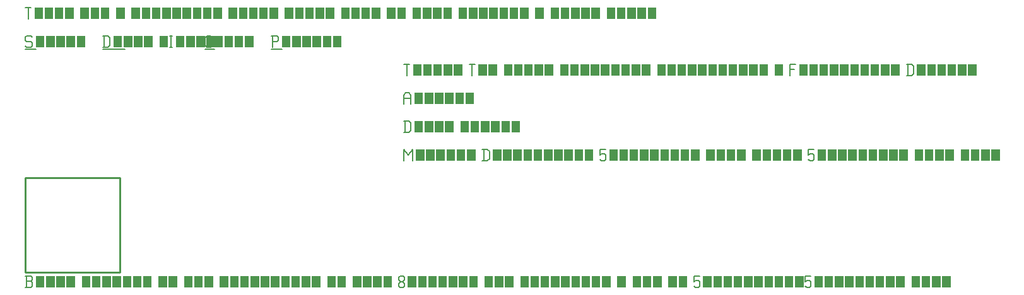
<source format=gbr>
G04 start of page 3 for group -3984 idx -3984 *
G04 Title: Two lines partially overlapping, fab *
G04 Creator: <version>
G04 CreationDate: <date>
G04 For:  *
G04 Format: Gerber/RS-274X *
G04 PCB-Dimensions: 50000 50000 *
G04 PCB-Coordinate-Origin: lower left *
%MOIN*%
%FSLAX25Y25*%
%LNFAB*%
%ADD14C,0.0100*%
%ADD13C,0.0001*%
%ADD12C,0.0060*%
G54D12*X3000Y125000D02*X3750Y124250D01*
X750Y125000D02*X3000D01*
X0Y124250D02*X750Y125000D01*
X0Y124250D02*Y122750D01*
X750Y122000D01*
X3000D01*
X3750Y121250D01*
Y119750D01*
X3000Y119000D02*X3750Y119750D01*
X750Y119000D02*X3000D01*
X0Y119750D02*X750Y119000D01*
G54D13*G36*
X5550Y125000D02*Y119000D01*
X10050D01*
Y125000D01*
X5550D01*
G37*
G36*
X10950D02*Y119000D01*
X15450D01*
Y125000D01*
X10950D01*
G37*
G36*
X16350D02*Y119000D01*
X20850D01*
Y125000D01*
X16350D01*
G37*
G36*
X21750D02*Y119000D01*
X26250D01*
Y125000D01*
X21750D01*
G37*
G36*
X27150D02*Y119000D01*
X31650D01*
Y125000D01*
X27150D01*
G37*
G54D12*X0Y118000D02*X5550D01*
X41750Y125000D02*Y119000D01*
X43700Y125000D02*X44750Y123950D01*
Y120050D01*
X43700Y119000D02*X44750Y120050D01*
X41000Y119000D02*X43700D01*
X41000Y125000D02*X43700D01*
G54D13*G36*
X46550D02*Y119000D01*
X51050D01*
Y125000D01*
X46550D01*
G37*
G36*
X51950D02*Y119000D01*
X56450D01*
Y125000D01*
X51950D01*
G37*
G36*
X57350D02*Y119000D01*
X61850D01*
Y125000D01*
X57350D01*
G37*
G36*
X62750D02*Y119000D01*
X67250D01*
Y125000D01*
X62750D01*
G37*
G36*
X70850D02*Y119000D01*
X75350D01*
Y125000D01*
X70850D01*
G37*
G54D12*X76250D02*X77750D01*
X77000D02*Y119000D01*
X76250D02*X77750D01*
G54D13*G36*
X79550Y125000D02*Y119000D01*
X84050D01*
Y125000D01*
X79550D01*
G37*
G36*
X84950D02*Y119000D01*
X89450D01*
Y125000D01*
X84950D01*
G37*
G36*
X90350D02*Y119000D01*
X94850D01*
Y125000D01*
X90350D01*
G37*
G36*
X95750D02*Y119000D01*
X100250D01*
Y125000D01*
X95750D01*
G37*
G54D12*X41000Y118000D02*X52550D01*
X96050Y119000D02*X98000D01*
X95000Y120050D02*X96050Y119000D01*
X95000Y123950D02*Y120050D01*
Y123950D02*X96050Y125000D01*
X98000D01*
G54D13*G36*
X99800D02*Y119000D01*
X104300D01*
Y125000D01*
X99800D01*
G37*
G36*
X105200D02*Y119000D01*
X109700D01*
Y125000D01*
X105200D01*
G37*
G36*
X110600D02*Y119000D01*
X115100D01*
Y125000D01*
X110600D01*
G37*
G36*
X116000D02*Y119000D01*
X120500D01*
Y125000D01*
X116000D01*
G37*
G54D12*X95000Y118000D02*X99800D01*
X130750Y125000D02*Y119000D01*
X130000Y125000D02*X133000D01*
X133750Y124250D01*
Y122750D01*
X133000Y122000D02*X133750Y122750D01*
X130750Y122000D02*X133000D01*
G54D13*G36*
X135550Y125000D02*Y119000D01*
X140050D01*
Y125000D01*
X135550D01*
G37*
G36*
X140950D02*Y119000D01*
X145450D01*
Y125000D01*
X140950D01*
G37*
G36*
X146350D02*Y119000D01*
X150850D01*
Y125000D01*
X146350D01*
G37*
G36*
X151750D02*Y119000D01*
X156250D01*
Y125000D01*
X151750D01*
G37*
G36*
X157150D02*Y119000D01*
X161650D01*
Y125000D01*
X157150D01*
G37*
G36*
X162550D02*Y119000D01*
X167050D01*
Y125000D01*
X162550D01*
G37*
G54D12*X130000Y118000D02*X135550D01*
X0Y140000D02*X3000D01*
X1500D02*Y134000D01*
G54D13*G36*
X4800Y140000D02*Y134000D01*
X9300D01*
Y140000D01*
X4800D01*
G37*
G36*
X10200D02*Y134000D01*
X14700D01*
Y140000D01*
X10200D01*
G37*
G36*
X15600D02*Y134000D01*
X20100D01*
Y140000D01*
X15600D01*
G37*
G36*
X21000D02*Y134000D01*
X25500D01*
Y140000D01*
X21000D01*
G37*
G36*
X29100D02*Y134000D01*
X33600D01*
Y140000D01*
X29100D01*
G37*
G36*
X34500D02*Y134000D01*
X39000D01*
Y140000D01*
X34500D01*
G37*
G36*
X39900D02*Y134000D01*
X44400D01*
Y140000D01*
X39900D01*
G37*
G36*
X48000D02*Y134000D01*
X52500D01*
Y140000D01*
X48000D01*
G37*
G36*
X56100D02*Y134000D01*
X60600D01*
Y140000D01*
X56100D01*
G37*
G36*
X61500D02*Y134000D01*
X66000D01*
Y140000D01*
X61500D01*
G37*
G36*
X66900D02*Y134000D01*
X71400D01*
Y140000D01*
X66900D01*
G37*
G36*
X72300D02*Y134000D01*
X76800D01*
Y140000D01*
X72300D01*
G37*
G36*
X77700D02*Y134000D01*
X82200D01*
Y140000D01*
X77700D01*
G37*
G36*
X83100D02*Y134000D01*
X87600D01*
Y140000D01*
X83100D01*
G37*
G36*
X88500D02*Y134000D01*
X93000D01*
Y140000D01*
X88500D01*
G37*
G36*
X93900D02*Y134000D01*
X98400D01*
Y140000D01*
X93900D01*
G37*
G36*
X99300D02*Y134000D01*
X103800D01*
Y140000D01*
X99300D01*
G37*
G36*
X107400D02*Y134000D01*
X111900D01*
Y140000D01*
X107400D01*
G37*
G36*
X112800D02*Y134000D01*
X117300D01*
Y140000D01*
X112800D01*
G37*
G36*
X118200D02*Y134000D01*
X122700D01*
Y140000D01*
X118200D01*
G37*
G36*
X123600D02*Y134000D01*
X128100D01*
Y140000D01*
X123600D01*
G37*
G36*
X129000D02*Y134000D01*
X133500D01*
Y140000D01*
X129000D01*
G37*
G36*
X137100D02*Y134000D01*
X141600D01*
Y140000D01*
X137100D01*
G37*
G36*
X142500D02*Y134000D01*
X147000D01*
Y140000D01*
X142500D01*
G37*
G36*
X147900D02*Y134000D01*
X152400D01*
Y140000D01*
X147900D01*
G37*
G36*
X153300D02*Y134000D01*
X157800D01*
Y140000D01*
X153300D01*
G37*
G36*
X158700D02*Y134000D01*
X163200D01*
Y140000D01*
X158700D01*
G37*
G36*
X166800D02*Y134000D01*
X171300D01*
Y140000D01*
X166800D01*
G37*
G36*
X172200D02*Y134000D01*
X176700D01*
Y140000D01*
X172200D01*
G37*
G36*
X177600D02*Y134000D01*
X182100D01*
Y140000D01*
X177600D01*
G37*
G36*
X183000D02*Y134000D01*
X187500D01*
Y140000D01*
X183000D01*
G37*
G36*
X191100D02*Y134000D01*
X195600D01*
Y140000D01*
X191100D01*
G37*
G36*
X196500D02*Y134000D01*
X201000D01*
Y140000D01*
X196500D01*
G37*
G36*
X204600D02*Y134000D01*
X209100D01*
Y140000D01*
X204600D01*
G37*
G36*
X210000D02*Y134000D01*
X214500D01*
Y140000D01*
X210000D01*
G37*
G36*
X215400D02*Y134000D01*
X219900D01*
Y140000D01*
X215400D01*
G37*
G36*
X220800D02*Y134000D01*
X225300D01*
Y140000D01*
X220800D01*
G37*
G36*
X228900D02*Y134000D01*
X233400D01*
Y140000D01*
X228900D01*
G37*
G36*
X234300D02*Y134000D01*
X238800D01*
Y140000D01*
X234300D01*
G37*
G36*
X239700D02*Y134000D01*
X244200D01*
Y140000D01*
X239700D01*
G37*
G36*
X245100D02*Y134000D01*
X249600D01*
Y140000D01*
X245100D01*
G37*
G36*
X250500D02*Y134000D01*
X255000D01*
Y140000D01*
X250500D01*
G37*
G36*
X255900D02*Y134000D01*
X260400D01*
Y140000D01*
X255900D01*
G37*
G36*
X261300D02*Y134000D01*
X265800D01*
Y140000D01*
X261300D01*
G37*
G36*
X269400D02*Y134000D01*
X273900D01*
Y140000D01*
X269400D01*
G37*
G36*
X277500D02*Y134000D01*
X282000D01*
Y140000D01*
X277500D01*
G37*
G36*
X282900D02*Y134000D01*
X287400D01*
Y140000D01*
X282900D01*
G37*
G36*
X288300D02*Y134000D01*
X292800D01*
Y140000D01*
X288300D01*
G37*
G36*
X293700D02*Y134000D01*
X298200D01*
Y140000D01*
X293700D01*
G37*
G36*
X299100D02*Y134000D01*
X303600D01*
Y140000D01*
X299100D01*
G37*
G36*
X307200D02*Y134000D01*
X311700D01*
Y140000D01*
X307200D01*
G37*
G36*
X312600D02*Y134000D01*
X317100D01*
Y140000D01*
X312600D01*
G37*
G36*
X318000D02*Y134000D01*
X322500D01*
Y140000D01*
X318000D01*
G37*
G36*
X323400D02*Y134000D01*
X327900D01*
Y140000D01*
X323400D01*
G37*
G36*
X328800D02*Y134000D01*
X333300D01*
Y140000D01*
X328800D01*
G37*
G54D14*X0Y50000D02*X50000D01*
X0D02*Y0D01*
X50000Y50000D02*Y0D01*
X0D02*X50000D01*
G54D12*X200000Y65000D02*Y59000D01*
Y65000D02*X202250Y62000D01*
X204500Y65000D01*
Y59000D01*
G54D13*G36*
X206300Y65000D02*Y59000D01*
X210800D01*
Y65000D01*
X206300D01*
G37*
G36*
X211700D02*Y59000D01*
X216200D01*
Y65000D01*
X211700D01*
G37*
G36*
X217100D02*Y59000D01*
X221600D01*
Y65000D01*
X217100D01*
G37*
G36*
X222500D02*Y59000D01*
X227000D01*
Y65000D01*
X222500D01*
G37*
G36*
X227900D02*Y59000D01*
X232400D01*
Y65000D01*
X227900D01*
G37*
G36*
X233300D02*Y59000D01*
X237800D01*
Y65000D01*
X233300D01*
G37*
G54D12*X242150D02*Y59000D01*
X244100Y65000D02*X245150Y63950D01*
Y60050D01*
X244100Y59000D02*X245150Y60050D01*
X241400Y59000D02*X244100D01*
X241400Y65000D02*X244100D01*
G54D13*G36*
X246950D02*Y59000D01*
X251450D01*
Y65000D01*
X246950D01*
G37*
G36*
X252350D02*Y59000D01*
X256850D01*
Y65000D01*
X252350D01*
G37*
G36*
X257750D02*Y59000D01*
X262250D01*
Y65000D01*
X257750D01*
G37*
G36*
X263150D02*Y59000D01*
X267650D01*
Y65000D01*
X263150D01*
G37*
G36*
X268550D02*Y59000D01*
X273050D01*
Y65000D01*
X268550D01*
G37*
G36*
X273950D02*Y59000D01*
X278450D01*
Y65000D01*
X273950D01*
G37*
G36*
X279350D02*Y59000D01*
X283850D01*
Y65000D01*
X279350D01*
G37*
G36*
X284750D02*Y59000D01*
X289250D01*
Y65000D01*
X284750D01*
G37*
G36*
X290150D02*Y59000D01*
X294650D01*
Y65000D01*
X290150D01*
G37*
G36*
X295550D02*Y59000D01*
X300050D01*
Y65000D01*
X295550D01*
G37*
G54D12*X303650D02*X306650D01*
X303650D02*Y62000D01*
X304400Y62750D01*
X305900D01*
X306650Y62000D01*
Y59750D01*
X305900Y59000D02*X306650Y59750D01*
X304400Y59000D02*X305900D01*
X303650Y59750D02*X304400Y59000D01*
G54D13*G36*
X308450Y65000D02*Y59000D01*
X312950D01*
Y65000D01*
X308450D01*
G37*
G36*
X313850D02*Y59000D01*
X318350D01*
Y65000D01*
X313850D01*
G37*
G36*
X319250D02*Y59000D01*
X323750D01*
Y65000D01*
X319250D01*
G37*
G36*
X324650D02*Y59000D01*
X329150D01*
Y65000D01*
X324650D01*
G37*
G36*
X330050D02*Y59000D01*
X334550D01*
Y65000D01*
X330050D01*
G37*
G36*
X335450D02*Y59000D01*
X339950D01*
Y65000D01*
X335450D01*
G37*
G36*
X340850D02*Y59000D01*
X345350D01*
Y65000D01*
X340850D01*
G37*
G36*
X346250D02*Y59000D01*
X350750D01*
Y65000D01*
X346250D01*
G37*
G36*
X351650D02*Y59000D01*
X356150D01*
Y65000D01*
X351650D01*
G37*
G36*
X359750D02*Y59000D01*
X364250D01*
Y65000D01*
X359750D01*
G37*
G36*
X365150D02*Y59000D01*
X369650D01*
Y65000D01*
X365150D01*
G37*
G36*
X370550D02*Y59000D01*
X375050D01*
Y65000D01*
X370550D01*
G37*
G36*
X375950D02*Y59000D01*
X380450D01*
Y65000D01*
X375950D01*
G37*
G36*
X384050D02*Y59000D01*
X388550D01*
Y65000D01*
X384050D01*
G37*
G36*
X389450D02*Y59000D01*
X393950D01*
Y65000D01*
X389450D01*
G37*
G36*
X394850D02*Y59000D01*
X399350D01*
Y65000D01*
X394850D01*
G37*
G36*
X400250D02*Y59000D01*
X404750D01*
Y65000D01*
X400250D01*
G37*
G36*
X405650D02*Y59000D01*
X410150D01*
Y65000D01*
X405650D01*
G37*
G54D12*X413750D02*X416750D01*
X413750D02*Y62000D01*
X414500Y62750D01*
X416000D01*
X416750Y62000D01*
Y59750D01*
X416000Y59000D02*X416750Y59750D01*
X414500Y59000D02*X416000D01*
X413750Y59750D02*X414500Y59000D01*
G54D13*G36*
X418550Y65000D02*Y59000D01*
X423050D01*
Y65000D01*
X418550D01*
G37*
G36*
X423950D02*Y59000D01*
X428450D01*
Y65000D01*
X423950D01*
G37*
G36*
X429350D02*Y59000D01*
X433850D01*
Y65000D01*
X429350D01*
G37*
G36*
X434750D02*Y59000D01*
X439250D01*
Y65000D01*
X434750D01*
G37*
G36*
X440150D02*Y59000D01*
X444650D01*
Y65000D01*
X440150D01*
G37*
G36*
X445550D02*Y59000D01*
X450050D01*
Y65000D01*
X445550D01*
G37*
G36*
X450950D02*Y59000D01*
X455450D01*
Y65000D01*
X450950D01*
G37*
G36*
X456350D02*Y59000D01*
X460850D01*
Y65000D01*
X456350D01*
G37*
G36*
X461750D02*Y59000D01*
X466250D01*
Y65000D01*
X461750D01*
G37*
G36*
X469850D02*Y59000D01*
X474350D01*
Y65000D01*
X469850D01*
G37*
G36*
X475250D02*Y59000D01*
X479750D01*
Y65000D01*
X475250D01*
G37*
G36*
X480650D02*Y59000D01*
X485150D01*
Y65000D01*
X480650D01*
G37*
G36*
X486050D02*Y59000D01*
X490550D01*
Y65000D01*
X486050D01*
G37*
G36*
X494150D02*Y59000D01*
X498650D01*
Y65000D01*
X494150D01*
G37*
G36*
X499550D02*Y59000D01*
X504050D01*
Y65000D01*
X499550D01*
G37*
G36*
X504950D02*Y59000D01*
X509450D01*
Y65000D01*
X504950D01*
G37*
G36*
X510350D02*Y59000D01*
X514850D01*
Y65000D01*
X510350D01*
G37*
G54D12*X0Y-8000D02*X3000D01*
X3750Y-7250D01*
Y-5450D02*Y-7250D01*
X3000Y-4700D02*X3750Y-5450D01*
X750Y-4700D02*X3000D01*
X750Y-2000D02*Y-8000D01*
X0Y-2000D02*X3000D01*
X3750Y-2750D01*
Y-3950D01*
X3000Y-4700D02*X3750Y-3950D01*
G54D13*G36*
X5550Y-2000D02*Y-8000D01*
X10050D01*
Y-2000D01*
X5550D01*
G37*
G36*
X10950D02*Y-8000D01*
X15450D01*
Y-2000D01*
X10950D01*
G37*
G36*
X16350D02*Y-8000D01*
X20850D01*
Y-2000D01*
X16350D01*
G37*
G36*
X21750D02*Y-8000D01*
X26250D01*
Y-2000D01*
X21750D01*
G37*
G36*
X29850D02*Y-8000D01*
X34350D01*
Y-2000D01*
X29850D01*
G37*
G36*
X35250D02*Y-8000D01*
X39750D01*
Y-2000D01*
X35250D01*
G37*
G36*
X40650D02*Y-8000D01*
X45150D01*
Y-2000D01*
X40650D01*
G37*
G36*
X46050D02*Y-8000D01*
X50550D01*
Y-2000D01*
X46050D01*
G37*
G36*
X51450D02*Y-8000D01*
X55950D01*
Y-2000D01*
X51450D01*
G37*
G36*
X56850D02*Y-8000D01*
X61350D01*
Y-2000D01*
X56850D01*
G37*
G36*
X62250D02*Y-8000D01*
X66750D01*
Y-2000D01*
X62250D01*
G37*
G36*
X70350D02*Y-8000D01*
X74850D01*
Y-2000D01*
X70350D01*
G37*
G36*
X75750D02*Y-8000D01*
X80250D01*
Y-2000D01*
X75750D01*
G37*
G36*
X83850D02*Y-8000D01*
X88350D01*
Y-2000D01*
X83850D01*
G37*
G36*
X89250D02*Y-8000D01*
X93750D01*
Y-2000D01*
X89250D01*
G37*
G36*
X94650D02*Y-8000D01*
X99150D01*
Y-2000D01*
X94650D01*
G37*
G36*
X102750D02*Y-8000D01*
X107250D01*
Y-2000D01*
X102750D01*
G37*
G36*
X108150D02*Y-8000D01*
X112650D01*
Y-2000D01*
X108150D01*
G37*
G36*
X113550D02*Y-8000D01*
X118050D01*
Y-2000D01*
X113550D01*
G37*
G36*
X118950D02*Y-8000D01*
X123450D01*
Y-2000D01*
X118950D01*
G37*
G36*
X124350D02*Y-8000D01*
X128850D01*
Y-2000D01*
X124350D01*
G37*
G36*
X129750D02*Y-8000D01*
X134250D01*
Y-2000D01*
X129750D01*
G37*
G36*
X135150D02*Y-8000D01*
X139650D01*
Y-2000D01*
X135150D01*
G37*
G36*
X140550D02*Y-8000D01*
X145050D01*
Y-2000D01*
X140550D01*
G37*
G36*
X145950D02*Y-8000D01*
X150450D01*
Y-2000D01*
X145950D01*
G37*
G36*
X151350D02*Y-8000D01*
X155850D01*
Y-2000D01*
X151350D01*
G37*
G36*
X159450D02*Y-8000D01*
X163950D01*
Y-2000D01*
X159450D01*
G37*
G36*
X164850D02*Y-8000D01*
X169350D01*
Y-2000D01*
X164850D01*
G37*
G36*
X172950D02*Y-8000D01*
X177450D01*
Y-2000D01*
X172950D01*
G37*
G36*
X178350D02*Y-8000D01*
X182850D01*
Y-2000D01*
X178350D01*
G37*
G36*
X183750D02*Y-8000D01*
X188250D01*
Y-2000D01*
X183750D01*
G37*
G36*
X189150D02*Y-8000D01*
X193650D01*
Y-2000D01*
X189150D01*
G37*
G54D12*X197250Y-7250D02*X198000Y-8000D01*
X197250Y-6050D02*Y-7250D01*
Y-6050D02*X198300Y-5000D01*
X199200D01*
X200250Y-6050D01*
Y-7250D01*
X199500Y-8000D02*X200250Y-7250D01*
X198000Y-8000D02*X199500D01*
X197250Y-3950D02*X198300Y-5000D01*
X197250Y-2750D02*Y-3950D01*
Y-2750D02*X198000Y-2000D01*
X199500D01*
X200250Y-2750D01*
Y-3950D01*
X199200Y-5000D02*X200250Y-3950D01*
G54D13*G36*
X202050Y-2000D02*Y-8000D01*
X206550D01*
Y-2000D01*
X202050D01*
G37*
G36*
X207450D02*Y-8000D01*
X211950D01*
Y-2000D01*
X207450D01*
G37*
G36*
X212850D02*Y-8000D01*
X217350D01*
Y-2000D01*
X212850D01*
G37*
G36*
X218250D02*Y-8000D01*
X222750D01*
Y-2000D01*
X218250D01*
G37*
G36*
X223650D02*Y-8000D01*
X228150D01*
Y-2000D01*
X223650D01*
G37*
G36*
X229050D02*Y-8000D01*
X233550D01*
Y-2000D01*
X229050D01*
G37*
G36*
X234450D02*Y-8000D01*
X238950D01*
Y-2000D01*
X234450D01*
G37*
G36*
X242550D02*Y-8000D01*
X247050D01*
Y-2000D01*
X242550D01*
G37*
G36*
X247950D02*Y-8000D01*
X252450D01*
Y-2000D01*
X247950D01*
G37*
G36*
X253350D02*Y-8000D01*
X257850D01*
Y-2000D01*
X253350D01*
G37*
G36*
X261450D02*Y-8000D01*
X265950D01*
Y-2000D01*
X261450D01*
G37*
G36*
X266850D02*Y-8000D01*
X271350D01*
Y-2000D01*
X266850D01*
G37*
G36*
X272250D02*Y-8000D01*
X276750D01*
Y-2000D01*
X272250D01*
G37*
G36*
X277650D02*Y-8000D01*
X282150D01*
Y-2000D01*
X277650D01*
G37*
G36*
X283050D02*Y-8000D01*
X287550D01*
Y-2000D01*
X283050D01*
G37*
G36*
X288450D02*Y-8000D01*
X292950D01*
Y-2000D01*
X288450D01*
G37*
G36*
X293850D02*Y-8000D01*
X298350D01*
Y-2000D01*
X293850D01*
G37*
G36*
X299250D02*Y-8000D01*
X303750D01*
Y-2000D01*
X299250D01*
G37*
G36*
X304650D02*Y-8000D01*
X309150D01*
Y-2000D01*
X304650D01*
G37*
G36*
X312750D02*Y-8000D01*
X317250D01*
Y-2000D01*
X312750D01*
G37*
G36*
X320850D02*Y-8000D01*
X325350D01*
Y-2000D01*
X320850D01*
G37*
G36*
X326250D02*Y-8000D01*
X330750D01*
Y-2000D01*
X326250D01*
G37*
G36*
X331650D02*Y-8000D01*
X336150D01*
Y-2000D01*
X331650D01*
G37*
G36*
X339750D02*Y-8000D01*
X344250D01*
Y-2000D01*
X339750D01*
G37*
G36*
X345150D02*Y-8000D01*
X349650D01*
Y-2000D01*
X345150D01*
G37*
G54D12*X353250D02*X356250D01*
X353250D02*Y-5000D01*
X354000Y-4250D01*
X355500D01*
X356250Y-5000D01*
Y-7250D01*
X355500Y-8000D02*X356250Y-7250D01*
X354000Y-8000D02*X355500D01*
X353250Y-7250D02*X354000Y-8000D01*
G54D13*G36*
X358050Y-2000D02*Y-8000D01*
X362550D01*
Y-2000D01*
X358050D01*
G37*
G36*
X363450D02*Y-8000D01*
X367950D01*
Y-2000D01*
X363450D01*
G37*
G36*
X368850D02*Y-8000D01*
X373350D01*
Y-2000D01*
X368850D01*
G37*
G36*
X374250D02*Y-8000D01*
X378750D01*
Y-2000D01*
X374250D01*
G37*
G36*
X379650D02*Y-8000D01*
X384150D01*
Y-2000D01*
X379650D01*
G37*
G36*
X385050D02*Y-8000D01*
X389550D01*
Y-2000D01*
X385050D01*
G37*
G36*
X390450D02*Y-8000D01*
X394950D01*
Y-2000D01*
X390450D01*
G37*
G36*
X395850D02*Y-8000D01*
X400350D01*
Y-2000D01*
X395850D01*
G37*
G36*
X401250D02*Y-8000D01*
X405750D01*
Y-2000D01*
X401250D01*
G37*
G36*
X406650D02*Y-8000D01*
X411150D01*
Y-2000D01*
X406650D01*
G37*
G54D12*X412050D02*X415050D01*
X412050D02*Y-5000D01*
X412800Y-4250D01*
X414300D01*
X415050Y-5000D01*
Y-7250D01*
X414300Y-8000D02*X415050Y-7250D01*
X412800Y-8000D02*X414300D01*
X412050Y-7250D02*X412800Y-8000D01*
G54D13*G36*
X416850Y-2000D02*Y-8000D01*
X421350D01*
Y-2000D01*
X416850D01*
G37*
G36*
X422250D02*Y-8000D01*
X426750D01*
Y-2000D01*
X422250D01*
G37*
G36*
X427650D02*Y-8000D01*
X432150D01*
Y-2000D01*
X427650D01*
G37*
G36*
X433050D02*Y-8000D01*
X437550D01*
Y-2000D01*
X433050D01*
G37*
G36*
X438450D02*Y-8000D01*
X442950D01*
Y-2000D01*
X438450D01*
G37*
G36*
X443850D02*Y-8000D01*
X448350D01*
Y-2000D01*
X443850D01*
G37*
G36*
X449250D02*Y-8000D01*
X453750D01*
Y-2000D01*
X449250D01*
G37*
G36*
X454650D02*Y-8000D01*
X459150D01*
Y-2000D01*
X454650D01*
G37*
G36*
X460050D02*Y-8000D01*
X464550D01*
Y-2000D01*
X460050D01*
G37*
G36*
X468150D02*Y-8000D01*
X472650D01*
Y-2000D01*
X468150D01*
G37*
G36*
X473550D02*Y-8000D01*
X478050D01*
Y-2000D01*
X473550D01*
G37*
G36*
X478950D02*Y-8000D01*
X483450D01*
Y-2000D01*
X478950D01*
G37*
G36*
X484350D02*Y-8000D01*
X488850D01*
Y-2000D01*
X484350D01*
G37*
G54D12*X200750Y80000D02*Y74000D01*
X202700Y80000D02*X203750Y78950D01*
Y75050D01*
X202700Y74000D02*X203750Y75050D01*
X200000Y74000D02*X202700D01*
X200000Y80000D02*X202700D01*
G54D13*G36*
X205550D02*Y74000D01*
X210050D01*
Y80000D01*
X205550D01*
G37*
G36*
X210950D02*Y74000D01*
X215450D01*
Y80000D01*
X210950D01*
G37*
G36*
X216350D02*Y74000D01*
X220850D01*
Y80000D01*
X216350D01*
G37*
G36*
X221750D02*Y74000D01*
X226250D01*
Y80000D01*
X221750D01*
G37*
G36*
X229850D02*Y74000D01*
X234350D01*
Y80000D01*
X229850D01*
G37*
G36*
X235250D02*Y74000D01*
X239750D01*
Y80000D01*
X235250D01*
G37*
G36*
X240650D02*Y74000D01*
X245150D01*
Y80000D01*
X240650D01*
G37*
G36*
X246050D02*Y74000D01*
X250550D01*
Y80000D01*
X246050D01*
G37*
G36*
X251450D02*Y74000D01*
X255950D01*
Y80000D01*
X251450D01*
G37*
G36*
X256850D02*Y74000D01*
X261350D01*
Y80000D01*
X256850D01*
G37*
G54D12*X200000Y93500D02*Y89000D01*
Y93500D02*X201050Y95000D01*
X202700D01*
X203750Y93500D01*
Y89000D01*
X200000Y92000D02*X203750D01*
G54D13*G36*
X205550Y95000D02*Y89000D01*
X210050D01*
Y95000D01*
X205550D01*
G37*
G36*
X210950D02*Y89000D01*
X215450D01*
Y95000D01*
X210950D01*
G37*
G36*
X216350D02*Y89000D01*
X220850D01*
Y95000D01*
X216350D01*
G37*
G36*
X221750D02*Y89000D01*
X226250D01*
Y95000D01*
X221750D01*
G37*
G36*
X227150D02*Y89000D01*
X231650D01*
Y95000D01*
X227150D01*
G37*
G36*
X232550D02*Y89000D01*
X237050D01*
Y95000D01*
X232550D01*
G37*
G54D12*X200000Y110000D02*X203000D01*
X201500D02*Y104000D01*
G54D13*G36*
X204800Y110000D02*Y104000D01*
X209300D01*
Y110000D01*
X204800D01*
G37*
G36*
X210200D02*Y104000D01*
X214700D01*
Y110000D01*
X210200D01*
G37*
G36*
X215600D02*Y104000D01*
X220100D01*
Y110000D01*
X215600D01*
G37*
G36*
X221000D02*Y104000D01*
X225500D01*
Y110000D01*
X221000D01*
G37*
G36*
X226400D02*Y104000D01*
X230900D01*
Y110000D01*
X226400D01*
G37*
G54D12*X234500D02*X237500D01*
X236000D02*Y104000D01*
G54D13*G36*
X239300Y110000D02*Y104000D01*
X243800D01*
Y110000D01*
X239300D01*
G37*
G36*
X244700D02*Y104000D01*
X249200D01*
Y110000D01*
X244700D01*
G37*
G36*
X252800D02*Y104000D01*
X257300D01*
Y110000D01*
X252800D01*
G37*
G36*
X258200D02*Y104000D01*
X262700D01*
Y110000D01*
X258200D01*
G37*
G36*
X263600D02*Y104000D01*
X268100D01*
Y110000D01*
X263600D01*
G37*
G36*
X269000D02*Y104000D01*
X273500D01*
Y110000D01*
X269000D01*
G37*
G36*
X274400D02*Y104000D01*
X278900D01*
Y110000D01*
X274400D01*
G37*
G36*
X282500D02*Y104000D01*
X287000D01*
Y110000D01*
X282500D01*
G37*
G36*
X287900D02*Y104000D01*
X292400D01*
Y110000D01*
X287900D01*
G37*
G36*
X293300D02*Y104000D01*
X297800D01*
Y110000D01*
X293300D01*
G37*
G36*
X298700D02*Y104000D01*
X303200D01*
Y110000D01*
X298700D01*
G37*
G36*
X304100D02*Y104000D01*
X308600D01*
Y110000D01*
X304100D01*
G37*
G36*
X309500D02*Y104000D01*
X314000D01*
Y110000D01*
X309500D01*
G37*
G36*
X314900D02*Y104000D01*
X319400D01*
Y110000D01*
X314900D01*
G37*
G36*
X320300D02*Y104000D01*
X324800D01*
Y110000D01*
X320300D01*
G37*
G36*
X325700D02*Y104000D01*
X330200D01*
Y110000D01*
X325700D01*
G37*
G36*
X333800D02*Y104000D01*
X338300D01*
Y110000D01*
X333800D01*
G37*
G36*
X339200D02*Y104000D01*
X343700D01*
Y110000D01*
X339200D01*
G37*
G36*
X344600D02*Y104000D01*
X349100D01*
Y110000D01*
X344600D01*
G37*
G36*
X350000D02*Y104000D01*
X354500D01*
Y110000D01*
X350000D01*
G37*
G36*
X355400D02*Y104000D01*
X359900D01*
Y110000D01*
X355400D01*
G37*
G36*
X360800D02*Y104000D01*
X365300D01*
Y110000D01*
X360800D01*
G37*
G36*
X366200D02*Y104000D01*
X370700D01*
Y110000D01*
X366200D01*
G37*
G36*
X371600D02*Y104000D01*
X376100D01*
Y110000D01*
X371600D01*
G37*
G36*
X377000D02*Y104000D01*
X381500D01*
Y110000D01*
X377000D01*
G37*
G36*
X382400D02*Y104000D01*
X386900D01*
Y110000D01*
X382400D01*
G37*
G36*
X387800D02*Y104000D01*
X392300D01*
Y110000D01*
X387800D01*
G37*
G36*
X395900D02*Y104000D01*
X400400D01*
Y110000D01*
X395900D01*
G37*
G54D12*X404000D02*Y104000D01*
Y110000D02*X407000D01*
X404000Y107300D02*X406250D01*
G54D13*G36*
X408800Y110000D02*Y104000D01*
X413300D01*
Y110000D01*
X408800D01*
G37*
G36*
X414200D02*Y104000D01*
X418700D01*
Y110000D01*
X414200D01*
G37*
G36*
X419600D02*Y104000D01*
X424100D01*
Y110000D01*
X419600D01*
G37*
G36*
X425000D02*Y104000D01*
X429500D01*
Y110000D01*
X425000D01*
G37*
G36*
X430400D02*Y104000D01*
X434900D01*
Y110000D01*
X430400D01*
G37*
G36*
X435800D02*Y104000D01*
X440300D01*
Y110000D01*
X435800D01*
G37*
G36*
X441200D02*Y104000D01*
X445700D01*
Y110000D01*
X441200D01*
G37*
G36*
X446600D02*Y104000D01*
X451100D01*
Y110000D01*
X446600D01*
G37*
G36*
X452000D02*Y104000D01*
X456500D01*
Y110000D01*
X452000D01*
G37*
G36*
X457400D02*Y104000D01*
X461900D01*
Y110000D01*
X457400D01*
G37*
G54D12*X466250D02*Y104000D01*
X468200Y110000D02*X469250Y108950D01*
Y105050D01*
X468200Y104000D02*X469250Y105050D01*
X465500Y104000D02*X468200D01*
X465500Y110000D02*X468200D01*
G54D13*G36*
X471050D02*Y104000D01*
X475550D01*
Y110000D01*
X471050D01*
G37*
G36*
X476450D02*Y104000D01*
X480950D01*
Y110000D01*
X476450D01*
G37*
G36*
X481850D02*Y104000D01*
X486350D01*
Y110000D01*
X481850D01*
G37*
G36*
X487250D02*Y104000D01*
X491750D01*
Y110000D01*
X487250D01*
G37*
G36*
X492650D02*Y104000D01*
X497150D01*
Y110000D01*
X492650D01*
G37*
G36*
X498050D02*Y104000D01*
X502550D01*
Y110000D01*
X498050D01*
G37*
M02*

</source>
